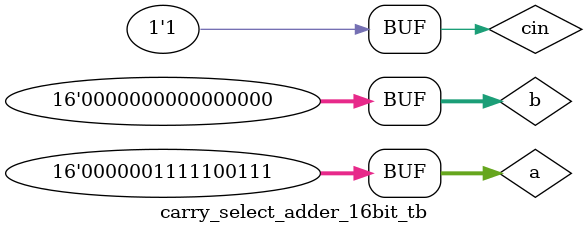
<source format=v>
module carry_select_adder_16bit_tb;
reg [15:0] a,b;
reg cin;
wire [15:0] sum;
wire cout;

  carry_select_adder_16bit uut(.a(a), .b(b),.cin(cin),.sum(sum),.cout(cout));

initial begin
  a=0; b=0; cin=0;
  #10 a=16'd0; b=16'd0; cin=1'd1;
  #10 a=16'd14; b=16'd1; cin=1'd1;
  #10 a=16'd5; b=16'd0; cin=1'd0;
  #10 a=16'd999; b=16'd0; cin=1'd1;
end

initial
  $monitor( "A=%d, B=%d, Cin= %d, Sum=%d, Cout=%d", a,b,cin,sum,cout);
endmodule

</source>
